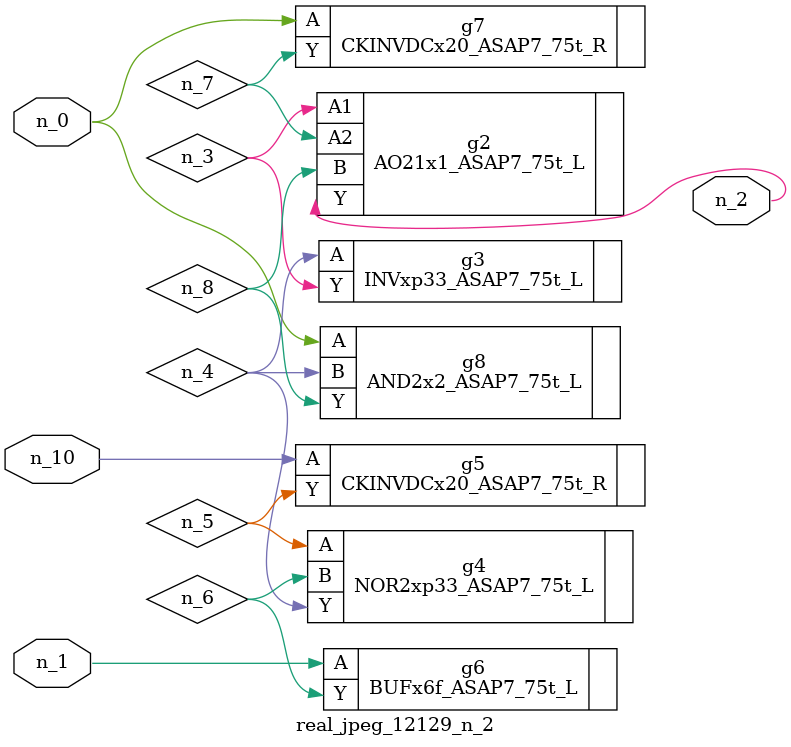
<source format=v>
module real_jpeg_12129_n_2 (n_1, n_10, n_0, n_2);

input n_1;
input n_10;
input n_0;

output n_2;

wire n_5;
wire n_4;
wire n_8;
wire n_6;
wire n_7;
wire n_3;

CKINVDCx20_ASAP7_75t_R g7 ( 
.A(n_0),
.Y(n_7)
);

AND2x2_ASAP7_75t_L g8 ( 
.A(n_0),
.B(n_4),
.Y(n_8)
);

BUFx6f_ASAP7_75t_L g6 ( 
.A(n_1),
.Y(n_6)
);

AO21x1_ASAP7_75t_L g2 ( 
.A1(n_3),
.A2(n_7),
.B(n_8),
.Y(n_2)
);

INVxp33_ASAP7_75t_L g3 ( 
.A(n_4),
.Y(n_3)
);

NOR2xp33_ASAP7_75t_L g4 ( 
.A(n_5),
.B(n_6),
.Y(n_4)
);

CKINVDCx20_ASAP7_75t_R g5 ( 
.A(n_10),
.Y(n_5)
);


endmodule
</source>
